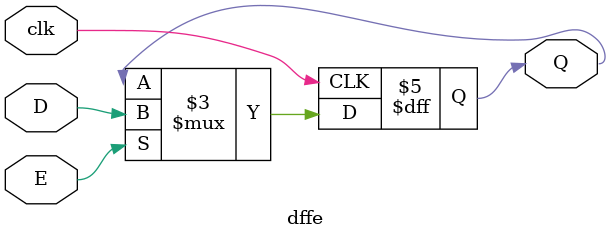
<source format=v>
module dffe(D,clk,E,Q);
input D;     // Data input 
input clk;   // clock input 
input E;     //  enable
output reg Q;    // output Q 

always @(posedge clk) 

begin
	if (E == 1'b1) begin
          Q <= D; 
        end
end 
endmodule 

</source>
